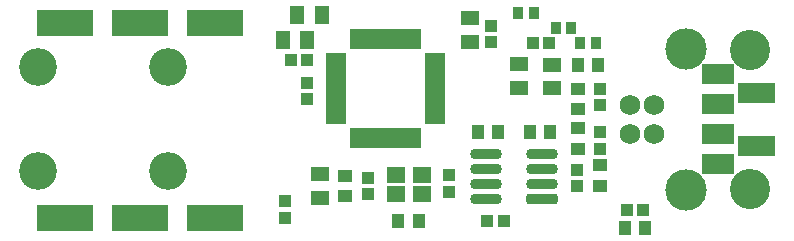
<source format=gts>
G04*
G04 #@! TF.GenerationSoftware,Altium Limited,Altium Designer,23.3.1 (30)*
G04*
G04 Layer_Color=8388736*
%FSLAX44Y44*%
%MOMM*%
G71*
G04*
G04 #@! TF.SameCoordinates,CDB4EB09-7802-4DFF-8E47-A9092604CAE6*
G04*
G04*
G04 #@! TF.FilePolarity,Negative*
G04*
G01*
G75*
%ADD18R,1.1032X1.0032*%
%ADD19R,1.0532X1.2032*%
%ADD20R,1.0032X1.1032*%
%ADD21R,1.6032X1.3032*%
G04:AMPARAMS|DCode=22|XSize=0.9032mm|YSize=2.7032mm|CornerRadius=0.2766mm|HoleSize=0mm|Usage=FLASHONLY|Rotation=270.000|XOffset=0mm|YOffset=0mm|HoleType=Round|Shape=RoundedRectangle|*
%AMROUNDEDRECTD22*
21,1,0.9032,2.1500,0,0,270.0*
21,1,0.3500,2.7032,0,0,270.0*
1,1,0.5532,-1.0750,-0.1750*
1,1,0.5532,-1.0750,0.1750*
1,1,0.5532,1.0750,0.1750*
1,1,0.5532,1.0750,-0.1750*
%
%ADD22ROUNDEDRECTD22*%
%ADD23O,2.7032X0.9032*%
%ADD24R,1.2032X1.0532*%
%ADD25R,1.6032X1.3532*%
%ADD26R,0.9532X1.0032*%
%ADD27R,1.6032X1.1532*%
%ADD28R,1.1532X1.6032*%
%ADD29R,0.4832X1.7632*%
%ADD30R,1.7632X0.4832*%
%ADD31R,4.7032X2.2032*%
%ADD32R,2.7432X1.7032*%
%ADD33R,1.7027X1.7027*%
%ADD34C,3.4032*%
%ADD35C,3.5032*%
%ADD36C,1.7272*%
%ADD37C,3.2032*%
D18*
X238180Y31240D02*
D03*
Y17240D02*
D03*
X377620Y39056D02*
D03*
Y53056D02*
D03*
X308710Y51055D02*
D03*
Y37055D02*
D03*
X485861Y57920D02*
D03*
Y43920D02*
D03*
X504940Y89580D02*
D03*
Y75580D02*
D03*
X413151Y165660D02*
D03*
Y179660D02*
D03*
X256670Y131330D02*
D03*
Y117330D02*
D03*
X504940Y112420D02*
D03*
Y126420D02*
D03*
D19*
X525800Y8320D02*
D03*
X543300Y8320D02*
D03*
X462966Y90070D02*
D03*
X445466Y90070D02*
D03*
X401450Y90070D02*
D03*
X418950Y90070D02*
D03*
X486020Y146670D02*
D03*
X503520Y146670D02*
D03*
X351698Y14060D02*
D03*
X334198Y14060D02*
D03*
D20*
X527550Y24010D02*
D03*
X541550Y24010D02*
D03*
X409420Y14060D02*
D03*
X423420Y14060D02*
D03*
X462040Y164979D02*
D03*
X448040D02*
D03*
X257330Y150650D02*
D03*
X243330D02*
D03*
D21*
X464040Y126670D02*
D03*
Y146670D02*
D03*
X268370Y34181D02*
D03*
Y54180D02*
D03*
D22*
X456200Y32830D02*
D03*
D23*
X456200Y45530D02*
D03*
X456200Y58230D02*
D03*
Y70930D02*
D03*
X408200Y32830D02*
D03*
X408200Y45530D02*
D03*
X408200Y58230D02*
D03*
X408200Y70930D02*
D03*
D24*
X289510Y52806D02*
D03*
Y35306D02*
D03*
X504940Y61420D02*
D03*
Y43920D02*
D03*
X486080Y75580D02*
D03*
Y93080D02*
D03*
X486020Y126420D02*
D03*
X486020Y108920D02*
D03*
D25*
X331948Y37055D02*
D03*
X353948D02*
D03*
Y53056D02*
D03*
X331948D02*
D03*
D26*
X488020Y165040D02*
D03*
X501520D02*
D03*
X480920Y178040D02*
D03*
X467420Y178040D02*
D03*
X449020Y190530D02*
D03*
X435520Y190530D02*
D03*
D27*
X395190Y186160D02*
D03*
Y165660D02*
D03*
X436200Y147670D02*
D03*
Y127170D02*
D03*
D28*
X236830Y167610D02*
D03*
X257330D02*
D03*
X269300Y188445D02*
D03*
X248800D02*
D03*
D29*
X295680Y85070D02*
D03*
X300680D02*
D03*
X305680D02*
D03*
X310680D02*
D03*
X315680D02*
D03*
X320680Y85070D02*
D03*
X325680D02*
D03*
X330680Y85070D02*
D03*
X335680D02*
D03*
X340680Y85070D02*
D03*
X345680Y85070D02*
D03*
X350680D02*
D03*
Y168670D02*
D03*
X345680D02*
D03*
X340680D02*
D03*
X335680D02*
D03*
X330680D02*
D03*
X325680D02*
D03*
X320680D02*
D03*
X315680D02*
D03*
X310680D02*
D03*
X305680D02*
D03*
X300680D02*
D03*
X295680D02*
D03*
D30*
X364980Y99370D02*
D03*
Y104370D02*
D03*
Y109370D02*
D03*
Y114370D02*
D03*
Y119370D02*
D03*
Y124370D02*
D03*
Y129370D02*
D03*
Y134370D02*
D03*
Y139370D02*
D03*
Y144370D02*
D03*
Y149370D02*
D03*
Y154370D02*
D03*
X281380D02*
D03*
Y149370D02*
D03*
X281380Y144370D02*
D03*
X281380Y139370D02*
D03*
X281380Y134370D02*
D03*
Y129370D02*
D03*
Y124370D02*
D03*
X281380Y119370D02*
D03*
X281380Y114370D02*
D03*
Y109370D02*
D03*
Y104370D02*
D03*
Y99370D02*
D03*
D31*
X179502Y182340D02*
D03*
X116002D02*
D03*
X52502D02*
D03*
X179502Y17240D02*
D03*
X116002D02*
D03*
X52502D02*
D03*
D32*
X605240Y138504D02*
D03*
X605240Y113104D02*
D03*
X605240Y87704D02*
D03*
Y62304D02*
D03*
D33*
X630716Y123018D02*
D03*
Y78060D02*
D03*
X644703Y123018D02*
D03*
Y78060D02*
D03*
D34*
X632240Y41754D02*
D03*
Y158754D02*
D03*
D35*
X577891Y40254D02*
D03*
X577891Y160254D02*
D03*
D36*
X550791Y112754D02*
D03*
X550791Y87754D02*
D03*
X530791Y87754D02*
D03*
X530791Y112754D02*
D03*
D37*
X29080Y144500D02*
D03*
Y57000D02*
D03*
X139080D02*
D03*
Y144500D02*
D03*
M02*

</source>
